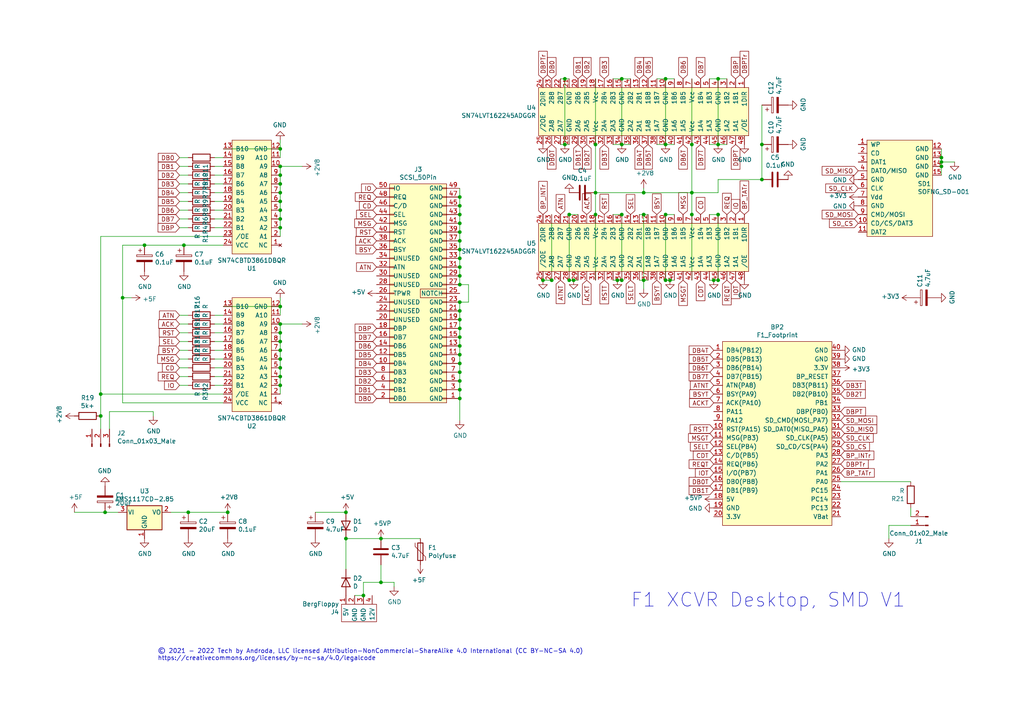
<source format=kicad_sch>
(kicad_sch (version 20211123) (generator eeschema)
  (paper "A4")
  (junction (at 81.28 53.34))
  (junction (at 186.69 81.28))
  (junction (at 133.35 107.95))
  (junction (at 133.35 69.85))
  (junction (at 220.98 41.91))
  (junction (at 200.66 55.88))
  (junction (at 180.34 81.28))
  (junction (at 172.72 55.88))
  (junction (at 166.37 81.28))
  (junction (at 81.28 58.42))
  (junction (at 133.35 57.15))
  (junction (at 110.49 156.21))
  (junction (at 220.98 52.07))
  (junction (at 172.72 62.23))
  (junction (at 81.28 106.68))
  (junction (at 133.35 87.63))
  (junction (at 81.28 50.8))
  (junction (at 81.28 55.88))
  (junction (at 273.05 46.99))
  (junction (at 165.1 62.23))
  (junction (at 53.34 71.12))
  (junction (at 163.83 41.91))
  (junction (at 133.35 72.39))
  (junction (at 193.04 81.28))
  (junction (at 193.04 22.86))
  (junction (at 133.35 62.23))
  (junction (at 133.35 64.77))
  (junction (at 100.33 148.59))
  (junction (at 81.28 111.76))
  (junction (at 273.05 45.72))
  (junction (at 193.04 62.23))
  (junction (at 207.01 81.28))
  (junction (at 133.35 67.31))
  (junction (at 133.35 102.87))
  (junction (at 208.28 81.28))
  (junction (at 133.35 113.03))
  (junction (at 81.28 66.04))
  (junction (at 81.28 99.06))
  (junction (at 200.66 41.91))
  (junction (at 30.48 148.59))
  (junction (at 29.21 120.65))
  (junction (at 186.69 62.23))
  (junction (at 133.35 97.79))
  (junction (at 157.48 81.28))
  (junction (at 165.1 81.28))
  (junction (at 81.28 104.14))
  (junction (at 186.69 55.88))
  (junction (at 133.35 74.93))
  (junction (at 81.28 60.96))
  (junction (at 133.35 90.17))
  (junction (at 81.28 109.22))
  (junction (at 81.28 101.6))
  (junction (at 133.35 110.49))
  (junction (at 200.66 62.23))
  (junction (at 160.02 81.28))
  (junction (at 110.49 168.91))
  (junction (at 105.41 172.72))
  (junction (at 193.04 41.91))
  (junction (at 133.35 105.41))
  (junction (at 133.35 59.69))
  (junction (at 179.07 81.28))
  (junction (at 180.34 22.86))
  (junction (at 208.28 41.91))
  (junction (at 100.33 156.21))
  (junction (at 29.21 114.3))
  (junction (at 66.04 148.59))
  (junction (at 208.28 62.23))
  (junction (at 81.28 88.9))
  (junction (at 133.35 80.01))
  (junction (at 54.61 148.59))
  (junction (at 273.05 48.26))
  (junction (at 35.56 86.36))
  (junction (at 133.35 82.55))
  (junction (at 81.28 96.52))
  (junction (at 133.35 92.71))
  (junction (at 41.91 71.12))
  (junction (at 81.28 63.5))
  (junction (at 81.28 93.98))
  (junction (at 163.83 22.86))
  (junction (at 133.35 100.33))
  (junction (at 81.28 43.18))
  (junction (at 133.35 95.25))
  (junction (at 81.28 48.26))
  (junction (at 180.34 41.91))
  (junction (at 172.72 41.91))
  (junction (at 133.35 77.47))
  (junction (at 208.28 22.86))
  (junction (at 180.34 62.23))
  (junction (at 133.35 115.57))
  (junction (at 194.31 81.28))
  (wire (pts (xy 35.56 116.84) (xy 64.77 116.84)))
  (wire (pts (xy 133.35 90.17) (xy 133.35 92.71)))
  (wire (pts (xy 165.1 62.23) (xy 165.1 81.28)))
  (wire (pts (xy 102.87 172.72) (xy 105.41 172.72)))
  (wire (pts (xy 29.21 68.58) (xy 64.77 68.58)))
  (wire (pts (xy 186.69 55.88) (xy 200.66 55.88)))
  (wire (pts (xy 210.82 41.91) (xy 208.28 41.91)))
  (wire (pts (xy 105.41 168.91) (xy 105.41 172.72)))
  (wire (pts (xy 182.88 22.86) (xy 180.34 22.86)))
  (wire (pts (xy 276.86 46.99) (xy 273.05 46.99)))
  (wire (pts (xy 264.16 152.4) (xy 257.81 152.4)))
  (wire (pts (xy 180.34 62.23) (xy 177.8 62.23)))
  (wire (pts (xy 273.05 43.18) (xy 273.05 45.72)))
  (wire (pts (xy 273.05 46.99) (xy 273.05 48.26)))
  (wire (pts (xy 64.77 88.9) (xy 81.28 88.9)))
  (wire (pts (xy 220.98 30.48) (xy 220.98 41.91)))
  (wire (pts (xy 200.66 55.88) (xy 200.66 62.23)))
  (wire (pts (xy 186.69 62.23) (xy 185.42 62.23)))
  (wire (pts (xy 110.49 168.91) (xy 114.3 168.91)))
  (wire (pts (xy 81.28 58.42) (xy 81.28 55.88)))
  (wire (pts (xy 52.07 63.5) (xy 54.61 63.5)))
  (wire (pts (xy 29.21 114.3) (xy 64.77 114.3)))
  (wire (pts (xy 208.28 55.88) (xy 208.28 52.07)))
  (wire (pts (xy 160.02 81.28) (xy 160.02 62.23)))
  (wire (pts (xy 172.72 62.23) (xy 172.72 81.28)))
  (wire (pts (xy 180.34 41.91) (xy 177.8 41.91)))
  (wire (pts (xy 62.23 96.52) (xy 64.77 96.52)))
  (wire (pts (xy 186.69 55.88) (xy 186.69 54.61)))
  (wire (pts (xy 133.35 82.55) (xy 135.89 82.55)))
  (wire (pts (xy 165.1 22.86) (xy 163.83 22.86)))
  (wire (pts (xy 163.83 41.91) (xy 162.56 41.91)))
  (wire (pts (xy 133.35 102.87) (xy 133.35 105.41)))
  (wire (pts (xy 133.35 69.85) (xy 133.35 72.39)))
  (wire (pts (xy 64.77 48.26) (xy 62.23 48.26)))
  (wire (pts (xy 21.59 148.59) (xy 30.48 148.59)))
  (wire (pts (xy 210.82 22.86) (xy 208.28 22.86)))
  (wire (pts (xy 35.56 86.36) (xy 35.56 116.84)))
  (wire (pts (xy 193.04 22.86) (xy 193.04 41.91)))
  (wire (pts (xy 133.35 54.61) (xy 133.35 57.15)))
  (wire (pts (xy 64.77 50.8) (xy 62.23 50.8)))
  (wire (pts (xy 133.35 92.71) (xy 133.35 95.25)))
  (wire (pts (xy 62.23 91.44) (xy 64.77 91.44)))
  (wire (pts (xy 64.77 66.04) (xy 62.23 66.04)))
  (wire (pts (xy 200.66 62.23) (xy 200.66 81.28)))
  (wire (pts (xy 44.45 119.38) (xy 44.45 120.65)))
  (wire (pts (xy 29.21 120.65) (xy 29.21 124.46)))
  (wire (pts (xy 52.07 96.52) (xy 54.61 96.52)))
  (wire (pts (xy 81.28 114.3) (xy 81.28 111.76)))
  (wire (pts (xy 200.66 41.91) (xy 200.66 55.88)))
  (wire (pts (xy 64.77 53.34) (xy 62.23 53.34)))
  (wire (pts (xy 81.28 96.52) (xy 81.28 93.98)))
  (wire (pts (xy 64.77 60.96) (xy 62.23 60.96)))
  (wire (pts (xy 273.05 45.72) (xy 273.05 46.99)))
  (wire (pts (xy 52.07 111.76) (xy 54.61 111.76)))
  (wire (pts (xy 186.69 62.23) (xy 186.69 81.28)))
  (wire (pts (xy 163.83 22.86) (xy 162.56 22.86)))
  (wire (pts (xy 208.28 22.86) (xy 208.28 41.91)))
  (wire (pts (xy 81.28 106.68) (xy 81.28 104.14)))
  (wire (pts (xy 54.61 66.04) (xy 52.07 66.04)))
  (wire (pts (xy 133.35 67.31) (xy 133.35 69.85)))
  (wire (pts (xy 81.28 109.22) (xy 81.28 106.68)))
  (wire (pts (xy 81.28 60.96) (xy 81.28 58.42)))
  (wire (pts (xy 135.89 82.55) (xy 135.89 87.63)))
  (wire (pts (xy 186.69 81.28) (xy 185.42 81.28)))
  (wire (pts (xy 133.35 57.15) (xy 133.35 59.69)))
  (wire (pts (xy 273.05 48.26) (xy 273.05 50.8)))
  (wire (pts (xy 52.07 101.6) (xy 54.61 101.6)))
  (wire (pts (xy 135.89 87.63) (xy 133.35 87.63)))
  (wire (pts (xy 29.21 114.3) (xy 29.21 120.65)))
  (wire (pts (xy 172.72 41.91) (xy 172.72 55.88)))
  (wire (pts (xy 207.01 81.28) (xy 205.74 81.28)))
  (wire (pts (xy 133.35 97.79) (xy 133.35 100.33)))
  (wire (pts (xy 54.61 48.26) (xy 52.07 48.26)))
  (wire (pts (xy 194.31 81.28) (xy 193.04 81.28)))
  (wire (pts (xy 64.77 43.18) (xy 81.28 43.18)))
  (wire (pts (xy 38.1 86.36) (xy 35.56 86.36)))
  (wire (pts (xy 180.34 62.23) (xy 180.34 81.28)))
  (wire (pts (xy 52.07 104.14) (xy 54.61 104.14)))
  (wire (pts (xy 52.07 53.34) (xy 54.61 53.34)))
  (wire (pts (xy 52.07 91.44) (xy 54.61 91.44)))
  (wire (pts (xy 81.28 43.18) (xy 81.28 40.64)))
  (wire (pts (xy 208.28 22.86) (xy 205.74 22.86)))
  (wire (pts (xy 35.56 71.12) (xy 41.91 71.12)))
  (wire (pts (xy 81.28 66.04) (xy 81.28 63.5)))
  (wire (pts (xy 166.37 81.28) (xy 167.64 81.28)))
  (wire (pts (xy 81.28 53.34) (xy 81.28 50.8)))
  (wire (pts (xy 133.35 95.25) (xy 133.35 97.79)))
  (wire (pts (xy 195.58 22.86) (xy 193.04 22.86)))
  (wire (pts (xy 81.28 68.58) (xy 81.28 66.04)))
  (wire (pts (xy 257.81 152.4) (xy 257.81 156.21)))
  (wire (pts (xy 195.58 62.23) (xy 193.04 62.23)))
  (wire (pts (xy 54.61 60.96) (xy 52.07 60.96)))
  (wire (pts (xy 62.23 99.06) (xy 64.77 99.06)))
  (wire (pts (xy 35.56 71.12) (xy 35.56 86.36)))
  (wire (pts (xy 52.07 45.72) (xy 54.61 45.72)))
  (wire (pts (xy 180.34 81.28) (xy 179.07 81.28)))
  (wire (pts (xy 182.88 41.91) (xy 180.34 41.91)))
  (wire (pts (xy 163.83 22.86) (xy 163.83 41.91)))
  (wire (pts (xy 53.34 71.12) (xy 64.77 71.12)))
  (wire (pts (xy 133.35 87.63) (xy 133.35 90.17)))
  (wire (pts (xy 100.33 156.21) (xy 110.49 156.21)))
  (wire (pts (xy 187.96 62.23) (xy 186.69 62.23)))
  (wire (pts (xy 187.96 81.28) (xy 186.69 81.28)))
  (wire (pts (xy 179.07 81.28) (xy 177.8 81.28)))
  (wire (pts (xy 52.07 55.88) (xy 54.61 55.88)))
  (wire (pts (xy 243.84 139.7) (xy 264.16 139.7)))
  (wire (pts (xy 81.28 104.14) (xy 81.28 101.6)))
  (wire (pts (xy 49.53 148.59) (xy 54.61 148.59)))
  (wire (pts (xy 180.34 22.86) (xy 180.34 41.91)))
  (wire (pts (xy 81.28 63.5) (xy 81.28 60.96)))
  (wire (pts (xy 200.66 55.88) (xy 208.28 55.88)))
  (wire (pts (xy 133.35 62.23) (xy 133.35 64.77)))
  (wire (pts (xy 52.07 93.98) (xy 54.61 93.98)))
  (wire (pts (xy 100.33 148.59) (xy 91.44 148.59)))
  (wire (pts (xy 220.98 41.91) (xy 220.98 52.07)))
  (wire (pts (xy 29.21 68.58) (xy 29.21 114.3)))
  (wire (pts (xy 62.23 104.14) (xy 64.77 104.14)))
  (wire (pts (xy 110.49 156.21) (xy 121.92 156.21)))
  (wire (pts (xy 64.77 55.88) (xy 62.23 55.88)))
  (wire (pts (xy 81.28 48.26) (xy 87.63 48.26)))
  (wire (pts (xy 52.07 99.06) (xy 54.61 99.06)))
  (wire (pts (xy 133.35 72.39) (xy 133.35 74.93)))
  (wire (pts (xy 81.28 93.98) (xy 87.63 93.98)))
  (wire (pts (xy 193.04 22.86) (xy 190.5 22.86)))
  (wire (pts (xy 100.33 156.21) (xy 100.33 165.1)))
  (wire (pts (xy 114.3 168.91) (xy 114.3 170.18)))
  (wire (pts (xy 160.02 81.28) (xy 157.48 81.28)))
  (wire (pts (xy 133.35 115.57) (xy 133.35 121.92)))
  (wire (pts (xy 54.61 58.42) (xy 52.07 58.42)))
  (wire (pts (xy 165.1 41.91) (xy 163.83 41.91)))
  (wire (pts (xy 110.49 163.83) (xy 110.49 168.91)))
  (wire (pts (xy 133.35 105.41) (xy 133.35 107.95)))
  (wire (pts (xy 208.28 41.91) (xy 205.74 41.91)))
  (wire (pts (xy 81.28 88.9) (xy 81.28 91.44)))
  (wire (pts (xy 62.23 101.6) (xy 64.77 101.6)))
  (wire (pts (xy 133.35 74.93) (xy 133.35 77.47)))
  (wire (pts (xy 62.23 106.68) (xy 64.77 106.68)))
  (wire (pts (xy 81.28 99.06) (xy 81.28 96.52)))
  (wire (pts (xy 133.35 110.49) (xy 133.35 113.03)))
  (wire (pts (xy 133.35 100.33) (xy 133.35 102.87)))
  (wire (pts (xy 62.23 93.98) (xy 64.77 93.98)))
  (wire (pts (xy 54.61 50.8) (xy 52.07 50.8)))
  (wire (pts (xy 81.28 50.8) (xy 81.28 48.26)))
  (wire (pts (xy 54.61 148.59) (xy 66.04 148.59)))
  (wire (pts (xy 133.35 80.01) (xy 133.35 82.55)))
  (wire (pts (xy 52.07 106.68) (xy 54.61 106.68)))
  (wire (pts (xy 64.77 63.5) (xy 62.23 63.5)))
  (wire (pts (xy 81.28 111.76) (xy 81.28 109.22)))
  (wire (pts (xy 172.72 55.88) (xy 186.69 55.88)))
  (wire (pts (xy 62.23 111.76) (xy 64.77 111.76)))
  (wire (pts (xy 186.69 81.28) (xy 186.69 83.82)))
  (wire (pts (xy 208.28 62.23) (xy 205.74 62.23)))
  (wire (pts (xy 193.04 41.91) (xy 190.5 41.91)))
  (wire (pts (xy 62.23 109.22) (xy 64.77 109.22)))
  (wire (pts (xy 110.49 168.91) (xy 105.41 168.91)))
  (wire (pts (xy 133.35 64.77) (xy 133.35 67.31)))
  (wire (pts (xy 200.66 22.86) (xy 200.66 41.91)))
  (wire (pts (xy 177.8 22.86) (xy 180.34 22.86)))
  (wire (pts (xy 34.29 148.59) (xy 30.48 148.59)))
  (wire (pts (xy 31.75 119.38) (xy 44.45 119.38)))
  (wire (pts (xy 52.07 109.22) (xy 54.61 109.22)))
  (wire (pts (xy 172.72 22.86) (xy 172.72 41.91)))
  (wire (pts (xy 133.35 107.95) (xy 133.35 110.49)))
  (wire (pts (xy 195.58 81.28) (xy 194.31 81.28)))
  (wire (pts (xy 81.28 101.6) (xy 81.28 99.06)))
  (wire (pts (xy 193.04 62.23) (xy 193.04 81.28)))
  (wire (pts (xy 133.35 59.69) (xy 133.35 62.23)))
  (wire (pts (xy 208.28 52.07) (xy 220.98 52.07)))
  (wire (pts (xy 133.35 113.03) (xy 133.35 115.57)))
  (wire (pts (xy 81.28 88.9) (xy 81.28 86.36)))
  (wire (pts (xy 165.1 62.23) (xy 167.64 62.23)))
  (wire (pts (xy 195.58 41.91) (xy 193.04 41.91)))
  (wire (pts (xy 41.91 71.12) (xy 53.34 71.12)))
  (wire (pts (xy 165.1 81.28) (xy 166.37 81.28)))
  (wire (pts (xy 264.16 147.32) (xy 264.16 149.86)))
  (wire (pts (xy 133.35 77.47) (xy 133.35 80.01)))
  (wire (pts (xy 208.28 81.28) (xy 207.01 81.28)))
  (wire (pts (xy 64.77 58.42) (xy 62.23 58.42)))
  (wire (pts (xy 31.75 124.46) (xy 31.75 119.38)))
  (wire (pts (xy 64.77 45.72) (xy 62.23 45.72)))
  (wire (pts (xy 81.28 43.18) (xy 81.28 45.72)))
  (wire (pts (xy 81.28 55.88) (xy 81.28 53.34)))
  (wire (pts (xy 172.72 62.23) (xy 172.72 55.88)))
  (wire (pts (xy 208.28 62.23) (xy 208.28 81.28)))
  (text "© 2021 - 2022 Tech by Androda, LLC licensed Attribution-NonCommercial-ShareAlike 4.0 International (CC BY-NC-SA 4.0)\nhttps://creativecommons.org/licenses/by-nc-sa/4.0/legalcode" (at 45.72 191.77 0) (effects (font (size 1.27 1.27)) (justify left bottom)))
  (text "F1 XCVR Desktop, SMD V1" (at 182.88 176.53 0) (effects (font (size 4 4)) (justify left bottom)))
  (global_label "DB6" (shape input) (at 52.07 60.96 180) (property "Intersheet References" "${INTERSHEET_REFS}" (effects hide)))
  (global_label "DBP" (shape input) (at 213.36 22.86 90) (property "Intersheet References" "${INTERSHEET_REFS}" (effects hide)))
  (global_label "CD" (shape input) (at 109.22 59.69 180) (property "Intersheet References" "${INTERSHEET_REFS}" (effects hide)))
  (global_label "DB2" (shape input) (at 109.22 110.49 180) (property "Intersheet References" "${INTERSHEET_REFS}" (effects hide)))
  (global_label "DBPTr" (shape input) (at 243.84 134.62 0) (property "Intersheet References" "${INTERSHEET_REFS}" (effects hide)))
  (global_label "SELT" (shape input) (at 182.88 81.28 270) (property "Intersheet References" "${INTERSHEET_REFS}" (effects hide)))
  (global_label "DB7" (shape input) (at 203.2 22.86 90) (property "Intersheet References" "${INTERSHEET_REFS}" (effects hide)))
  (global_label "MSG" (shape input) (at 198.12 62.23 90) (property "Intersheet References" "${INTERSHEET_REFS}" (effects hide)))
  (global_label "ATN" (shape input) (at 162.56 62.23 90) (property "Intersheet References" "${INTERSHEET_REFS}" (effects hide)))
  (global_label "DB7" (shape input) (at 52.07 63.5 180) (property "Intersheet References" "${INTERSHEET_REFS}" (effects hide)))
  (global_label "DB3" (shape input) (at 175.26 22.86 90) (property "Intersheet References" "${INTERSHEET_REFS}" (effects hide)))
  (global_label "RST" (shape input) (at 175.26 62.23 90) (property "Intersheet References" "${INTERSHEET_REFS}" (effects hide)))
  (global_label "SD_CLK" (shape input) (at 248.92 54.61 180) (property "Intersheet References" "${INTERSHEET_REFS}" (effects hide)))
  (global_label "DB5T" (shape input) (at 207.01 104.14 180) (property "Intersheet References" "${INTERSHEET_REFS}" (effects hide)))
  (global_label "DB5" (shape input) (at 109.22 102.87 180) (property "Intersheet References" "${INTERSHEET_REFS}" (effects hide)))
  (global_label "DBPTr" (shape input) (at 215.9 22.86 90) (property "Intersheet References" "${INTERSHEET_REFS}" (effects hide)))
  (global_label "RST" (shape input) (at 52.07 96.52 180) (property "Intersheet References" "${INTERSHEET_REFS}" (effects hide)))
  (global_label "DBPT" (shape input) (at 213.36 41.91 270) (property "Intersheet References" "${INTERSHEET_REFS}" (effects hide)))
  (global_label "REQ" (shape input) (at 210.82 62.23 90) (property "Intersheet References" "${INTERSHEET_REFS}" (effects hide)))
  (global_label "SELT" (shape input) (at 207.01 129.54 180) (property "Intersheet References" "${INTERSHEET_REFS}" (effects hide)))
  (global_label "DBP" (shape input) (at 52.07 66.04 180) (property "Intersheet References" "${INTERSHEET_REFS}" (effects hide)))
  (global_label "DBP" (shape input) (at 109.22 95.25 180) (property "Intersheet References" "${INTERSHEET_REFS}" (effects hide)))
  (global_label "BP_TATr" (shape input) (at 243.84 137.16 0) (property "Intersheet References" "${INTERSHEET_REFS}" (effects hide)))
  (global_label "SD_CLK" (shape input) (at 243.84 127 0) (property "Intersheet References" "${INTERSHEET_REFS}" (effects hide)))
  (global_label "DB0" (shape input) (at 52.07 45.72 180) (property "Intersheet References" "${INTERSHEET_REFS}" (effects hide)))
  (global_label "REQ" (shape input) (at 52.07 109.22 180) (property "Intersheet References" "${INTERSHEET_REFS}" (effects hide)))
  (global_label "DB5" (shape input) (at 187.96 22.86 90) (property "Intersheet References" "${INTERSHEET_REFS}" (effects hide)))
  (global_label "SD_MISO" (shape input) (at 248.92 49.53 180) (property "Intersheet References" "${INTERSHEET_REFS}" (effects hide)))
  (global_label "BP_INTr" (shape input) (at 243.84 132.08 0) (property "Intersheet References" "${INTERSHEET_REFS}" (effects hide)))
  (global_label "DB7T" (shape input) (at 207.01 109.22 180) (property "Intersheet References" "${INTERSHEET_REFS}" (effects hide)))
  (global_label "REQ" (shape input) (at 109.22 57.15 180) (property "Intersheet References" "${INTERSHEET_REFS}" (effects hide)))
  (global_label "RST" (shape input) (at 109.22 67.31 180) (property "Intersheet References" "${INTERSHEET_REFS}" (effects hide)))
  (global_label "DB6T" (shape input) (at 198.12 41.91 270) (property "Intersheet References" "${INTERSHEET_REFS}" (effects hide)))
  (global_label "SD_MISO" (shape input) (at 243.84 124.46 0) (property "Intersheet References" "${INTERSHEET_REFS}" (effects hide)))
  (global_label "IO" (shape input) (at 52.07 111.76 180) (property "Intersheet References" "${INTERSHEET_REFS}" (effects hide)))
  (global_label "MSG" (shape input) (at 109.22 64.77 180) (property "Intersheet References" "${INTERSHEET_REFS}" (effects hide)))
  (global_label "BSYT" (shape input) (at 207.01 114.3 180) (property "Intersheet References" "${INTERSHEET_REFS}" (effects hide)))
  (global_label "DB1" (shape input) (at 109.22 113.03 180) (property "Intersheet References" "${INTERSHEET_REFS}" (effects hide)))
  (global_label "DB4" (shape input) (at 52.07 55.88 180) (property "Intersheet References" "${INTERSHEET_REFS}" (effects hide)))
  (global_label "IOT" (shape input) (at 207.01 137.16 180) (property "Intersheet References" "${INTERSHEET_REFS}" (effects hide)))
  (global_label "REQT" (shape input) (at 210.82 81.28 270) (property "Intersheet References" "${INTERSHEET_REFS}" (effects hide)))
  (global_label "RSTT" (shape input) (at 207.01 124.46 180) (property "Intersheet References" "${INTERSHEET_REFS}" (effects hide)))
  (global_label "IOT" (shape input) (at 213.36 81.28 270) (property "Intersheet References" "${INTERSHEET_REFS}" (effects hide)))
  (global_label "SEL" (shape input) (at 52.07 99.06 180) (property "Intersheet References" "${INTERSHEET_REFS}" (effects hide)))
  (global_label "DB1" (shape input) (at 52.07 48.26 180) (property "Intersheet References" "${INTERSHEET_REFS}" (effects hide)))
  (global_label "CD" (shape input) (at 52.07 106.68 180) (property "Intersheet References" "${INTERSHEET_REFS}" (effects hide)))
  (global_label "DBPTr" (shape input) (at 157.48 22.86 90) (property "Intersheet References" "${INTERSHEET_REFS}" (effects hide)))
  (global_label "DB7" (shape input) (at 109.22 97.79 180) (property "Intersheet References" "${INTERSHEET_REFS}" (effects hide)))
  (global_label "DB2T" (shape input) (at 170.18 41.91 270) (property "Intersheet References" "${INTERSHEET_REFS}" (effects hide)))
  (global_label "DB2" (shape input) (at 52.07 50.8 180) (property "Intersheet References" "${INTERSHEET_REFS}" (effects hide)))
  (global_label "DB3T" (shape input) (at 175.26 41.91 270) (property "Intersheet References" "${INTERSHEET_REFS}" (effects hide)))
  (global_label "DB3" (shape input) (at 109.22 107.95 180) (property "Intersheet References" "${INTERSHEET_REFS}" (effects hide)))
  (global_label "DB0" (shape input) (at 160.02 22.86 90) (property "Intersheet References" "${INTERSHEET_REFS}" (effects hide)))
  (global_label "DB2T" (shape input) (at 243.84 114.3 0) (property "Intersheet References" "${INTERSHEET_REFS}" (effects hide)))
  (global_label "BP_INTr" (shape input) (at 157.48 62.23 90) (property "Intersheet References" "${INTERSHEET_REFS}" (effects hide)))
  (global_label "DB1T" (shape input) (at 167.64 41.91 270) (property "Intersheet References" "${INTERSHEET_REFS}" (effects hide)))
  (global_label "ACK" (shape input) (at 52.07 93.98 180) (property "Intersheet References" "${INTERSHEET_REFS}" (effects hide)))
  (global_label "SD_MOSI" (shape input) (at 243.84 121.92 0) (property "Intersheet References" "${INTERSHEET_REFS}" (effects hide)))
  (global_label "DB3" (shape input) (at 52.07 53.34 180) (property "Intersheet References" "${INTERSHEET_REFS}" (effects hide)))
  (global_label "SD_CS" (shape input) (at 243.84 129.54 0) (property "Intersheet References" "${INTERSHEET_REFS}" (effects hide)))
  (global_label "DB4T" (shape input) (at 207.01 101.6 180) (property "Intersheet References" "${INTERSHEET_REFS}" (effects hide)))
  (global_label "DB4T" (shape input) (at 185.42 41.91 270) (property "Intersheet References" "${INTERSHEET_REFS}" (effects hide)))
  (global_label "DB6" (shape input) (at 198.12 22.86 90) (property "Intersheet References" "${INTERSHEET_REFS}" (effects hide)))
  (global_label "CDT" (shape input) (at 203.2 81.28 270) (property "Intersheet References" "${INTERSHEET_REFS}" (effects hide)))
  (global_label "MSG" (shape input) (at 52.07 104.14 180) (property "Intersheet References" "${INTERSHEET_REFS}" (effects hide)))
  (global_label "BP_TATr" (shape input) (at 215.9 62.23 90) (property "Intersheet References" "${INTERSHEET_REFS}" (effects hide)))
  (global_label "DB6T" (shape input) (at 207.01 106.68 180) (property "Intersheet References" "${INTERSHEET_REFS}" (effects hide)))
  (global_label "ACKT" (shape input) (at 207.01 116.84 180) (property "Intersheet References" "${INTERSHEET_REFS}" (effects hide)))
  (global_label "BSYT" (shape input) (at 190.5 81.28 270) (property "Intersheet References" "${INTERSHEET_REFS}" (effects hide)))
  (global_label "ACK" (shape input) (at 109.22 69.85 180) (property "Intersheet References" "${INTERSHEET_REFS}" (effects hide)))
  (global_label "DB3T" (shape input) (at 243.84 111.76 0) (property "Intersheet References" "${INTERSHEET_REFS}" (effects hide)))
  (global_label "DB5T" (shape input) (at 187.96 41.91 270) (property "Intersheet References" "${INTERSHEET_REFS}" (effects hide)))
  (global_label "DB1T" (shape input) (at 207.01 142.24 180) (property "Intersheet References" "${INTERSHEET_REFS}" (effects hide)))
  (global_label "REQT" (shape input) (at 207.01 134.62 180) (property "Intersheet References" "${INTERSHEET_REFS}" (effects hide)))
  (global_label "ACKT" (shape input) (at 170.18 81.28 270) (property "Intersheet References" "${INTERSHEET_REFS}" (effects hide)))
  (global_label "DB6" (shape input) (at 109.22 100.33 180) (property "Intersheet References" "${INTERSHEET_REFS}" (effects hide)))
  (global_label "SEL" (shape input) (at 182.88 62.23 90) (property "Intersheet References" "${INTERSHEET_REFS}" (effects hide)))
  (global_label "DB0T" (shape input) (at 160.02 41.91 270) (property "Intersheet References" "${INTERSHEET_REFS}" (effects hide)))
  (global_label "DB0" (shape input) (at 109.22 115.57 180) (property "Intersheet References" "${INTERSHEET_REFS}" (effects hide)))
  (global_label "IO" (shape input) (at 109.22 54.61 180) (property "Intersheet References" "${INTERSHEET_REFS}" (effects hide)))
  (global_label "DB5" (shape input) (at 52.07 58.42 180) (property "Intersheet References" "${INTERSHEET_REFS}" (effects hide)))
  (global_label "ATNT" (shape input) (at 207.01 111.76 180) (property "Intersheet References" "${INTERSHEET_REFS}" (effects hide)))
  (global_label "BSY" (shape input) (at 190.5 62.23 90) (property "Intersheet References" "${INTERSHEET_REFS}" (effects hide)))
  (global_label "MSGT" (shape input) (at 207.01 127 180) (property "Intersheet References" "${INTERSHEET_REFS}" (effects hide)))
  (global_label "ATN" (shape input) (at 109.22 77.47 180) (property "Intersheet References" "${INTERSHEET_REFS}" (effects hide)))
  (global_label "DB4" (shape input) (at 109.22 105.41 180) (property "Intersheet References" "${INTERSHEET_REFS}" (effects hide)))
  (global_label "MSGT" (shape input) (at 198.12 81.28 270) (property "Intersheet References" "${INTERSHEET_REFS}" (effects hide)))
  (global_label "BSY" (shape input) (at 52.07 101.6 180) (property "Intersheet References" "${INTERSHEET_REFS}" (effects hide)))
  (global_label "ATNT" (shape input) (at 162.56 81.28 270) (property "Intersheet References" "${INTERSHEET_REFS}" (effects hide)))
  (global_label "DB1" (shape input) (at 167.64 22.86 90) (property "Intersheet References" "${INTERSHEET_REFS}" (effects hide)))
  (global_label "DB4" (shape input) (at 185.42 22.86 90) (property "Intersheet References" "${INTERSHEET_REFS}" (effects hide)))
  (global_label "CDT" (shape input) (at 207.01 132.08 180) (property "Intersheet References" "${INTERSHEET_REFS}" (effects hide)))
  (global_label "RSTT" (shape input) (at 175.26 81.28 270) (property "Intersheet References" "${INTERSHEET_REFS}" (effects hide)))
  (global_label "DB0T" (shape input) (at 207.01 139.7 180) (property "Intersheet References" "${INTERSHEET_REFS}" (effects hide)))
  (global_label "BSY" (shape input) (at 109.22 72.39 180) (property "Intersheet References" "${INTERSHEET_REFS}" (effects hide)))
  (global_label "SEL" (shape input) (at 109.22 62.23 180) (property "Intersheet References" "${INTERSHEET_REFS}" (effects hide)))
  (global_label "ACK" (shape input) (at 170.18 62.23 90) (property "Intersheet References" "${INTERSHEET_REFS}" (effects hide)))
  (global_label "DB2" (shape input) (at 170.18 22.86 90) (property "Intersheet References" "${INTERSHEET_REFS}" (effects hide)))
  (global_label "IO" (shape input) (at 213.36 62.23 90) (property "Intersheet References" "${INTERSHEET_REFS}" (effects hide)))
  (global_label "CD" (shape input) (at 203.2 62.23 90) (property "Intersheet References" "${INTERSHEET_REFS}" (effects hide)))
  (global_label "DBPT" (shape input) (at 243.84 119.38 0) (property "Intersheet References" "${INTERSHEET_REFS}" (effects hide)))
  (global_label "SD_CS" (shape input) (at 248.92 64.77 180) (property "Intersheet References" "${INTERSHEET_REFS}" (effects hide)))
  (global_label "ATN" (shape input) (at 52.07 91.44 180) (property "Intersheet References" "${INTERSHEET_REFS}" (effects hide)))
  (global_label "DB7T" (shape input) (at 203.2 41.91 270) (property "Intersheet References" "${INTERSHEET_REFS}" (effects hide)))
  (global_label "SD_MOSI" (shape input) (at 248.92 62.23 180) (property "Intersheet References" "${INTERSHEET_REFS}" (effects hide)))
  (symbol (lib_id "Regulator_Linear:AMS1117CD-2.85") (at 41.91 148.59 0) (unit 1)
    (property "Reference" "U3" (at 41.91 142.4432 0))
    (property "Value" "AMS1117CD-2.85" (at 41.91 144.7546 0))
    (property "Footprint" "Package_TO_SOT_SMD:SOT-223-3_TabPin2" (effects hide))
    (property "Datasheet" "http://www.advanced-monolithic.com/pdf/ds1117.pdf" (effects hide))
  )
  (symbol (lib_id "power:GND") (at 41.91 156.21 0) (unit 1)
    (property "Reference" "#PWR08" (effects hide))
    (property "Value" "GND" (at 42.037 160.6042 0))
  )
  (symbol (lib_id "power:+2V8") (at 66.04 148.59 0) (unit 1)
    (property "Reference" "#PWR012" (effects hide))
    (property "Value" "+2V8" (at 66.421 144.1958 0))
  )
  (symbol (lib_id "Device:CP") (at 54.61 152.4 0) (unit 1)
    (property "Reference" "C2" (at 57.6072 151.2316 0) (effects (justify left)))
    (property "Value" "20uF" (at 57.6072 153.543 0) (effects (justify left)))
    (property "Footprint" "Capacitor_SMD:C_1206_3216Metric_Pad1.42x1.75mm_HandSolder" (effects hide))
  )
  (symbol (lib_id "Device:CP") (at 30.48 144.78 180) (unit 1)
    (property "Reference" "C1" (at 33.4772 143.6116 0) (effects (justify right)))
    (property "Value" "20uF" (at 33.4772 145.923 0) (effects (justify right)))
    (property "Footprint" "Capacitor_SMD:C_1206_3216Metric_Pad1.42x1.75mm_HandSolder" (effects hide))
  )
  (symbol (lib_id "power:GND") (at 30.48 140.97 180) (unit 1)
    (property "Reference" "#PWR05" (effects hide))
    (property "Value" "GND" (at 30.353 136.5758 0))
  )
  (symbol (lib_id "power:GND") (at 54.61 156.21 0) (unit 1)
    (property "Reference" "#PWR011" (effects hide))
    (property "Value" "GND" (at 54.737 160.6042 0))
  )
  (symbol (lib_id "Device:R") (at 58.42 60.96 270) (unit 1)
    (property "Reference" "R6" (at 59.5884 62.738 0) (effects (justify left)))
    (property "Value" "R" (at 57.277 62.738 0) (effects (justify left)))
    (property "Footprint" "Resistor_SMD:R_0603_1608Metric_Pad1.05x0.95mm_HandSolder" (effects hide))
  )
  (symbol (lib_id "Device:R") (at 58.42 63.5 270) (unit 1)
    (property "Reference" "R4" (at 59.5884 65.278 0) (effects (justify left)))
    (property "Value" "R" (at 57.277 65.278 0) (effects (justify left)))
    (property "Footprint" "Resistor_SMD:R_0603_1608Metric_Pad1.05x0.95mm_HandSolder" (effects hide))
  )
  (symbol (lib_id "custom_symbols:SCSI_50Pin") (at 118.11 85.09 180) (unit 1)
    (property "Reference" "J3" (at 121.285 49.149 0))
    (property "Value" "SCSI_50Pin" (at 121.285 51.4604 0))
    (property "Footprint" "CustomFootprints:SCSI50_EdgeConn" (effects hide))
  )
  (symbol (lib_id "Device:R") (at 58.42 50.8 270) (unit 1)
    (property "Reference" "R5" (at 59.5884 52.578 0) (effects (justify left)))
    (property "Value" "R" (at 57.277 52.578 0) (effects (justify left)))
    (property "Footprint" "Resistor_SMD:R_0603_1608Metric_Pad1.05x0.95mm_HandSolder" (effects hide))
  )
  (symbol (lib_id "Device:R") (at 58.42 48.26 270) (unit 1)
    (property "Reference" "R10" (at 59.5884 50.038 0) (effects (justify left)))
    (property "Value" "R" (at 57.277 50.038 0) (effects (justify left)))
    (property "Footprint" "Resistor_SMD:R_0603_1608Metric_Pad1.05x0.95mm_HandSolder" (effects hide))
  )
  (symbol (lib_id "power:GND") (at 133.35 121.92 0) (unit 1)
    (property "Reference" "#PWR016" (effects hide))
    (property "Value" "GND" (at 133.477 126.3142 0))
  )
  (symbol (lib_id "Device:R") (at 58.42 53.34 270) (unit 1)
    (property "Reference" "R7" (at 59.5884 55.118 0) (effects (justify left)))
    (property "Value" "R" (at 57.277 55.118 0) (effects (justify left)))
    (property "Footprint" "Resistor_SMD:R_0603_1608Metric_Pad1.05x0.95mm_HandSolder" (effects hide))
  )
  (symbol (lib_id "Device:R") (at 58.42 58.42 270) (unit 1)
    (property "Reference" "R8" (at 59.5884 60.198 0) (effects (justify left)))
    (property "Value" "R" (at 57.277 60.198 0) (effects (justify left)))
    (property "Footprint" "Resistor_SMD:R_0603_1608Metric_Pad1.05x0.95mm_HandSolder" (effects hide))
  )
  (symbol (lib_id "Device:R") (at 58.42 66.04 270) (unit 1)
    (property "Reference" "R1" (at 59.5884 67.818 0) (effects (justify left)))
    (property "Value" "R" (at 57.277 67.818 0) (effects (justify left)))
    (property "Footprint" "Resistor_SMD:R_0603_1608Metric_Pad1.05x0.95mm_HandSolder" (effects hide))
  )
  (symbol (lib_id "Device:R") (at 58.42 45.72 270) (unit 1)
    (property "Reference" "R11" (at 59.5884 47.498 0) (effects (justify left)))
    (property "Value" "R" (at 57.277 47.498 0) (effects (justify left)))
    (property "Footprint" "Resistor_SMD:R_0603_1608Metric_Pad1.05x0.95mm_HandSolder" (effects hide))
  )
  (symbol (lib_id "Device:R") (at 58.42 55.88 270) (unit 1)
    (property "Reference" "R9" (at 59.5884 57.658 0) (effects (justify left)))
    (property "Value" "R" (at 57.277 57.658 0) (effects (justify left)))
    (property "Footprint" "Resistor_SMD:R_0603_1608Metric_Pad1.05x0.95mm_HandSolder" (effects hide))
  )
  (symbol (lib_id "custom_symbols:+5V_TPWR") (at 109.22 85.09 90) (unit 1)
    (property "Reference" "#PWR013" (effects hide))
    (property "Value" "+5V_TPWR" (at 105.9688 84.709 90) (effects (justify left)))
  )
  (symbol (lib_id "custom_symbols:+5V_TPWR") (at 100.33 148.59 0) (unit 1)
    (property "Reference" "#PWR015" (effects hide))
    (property "Value" "+5V_TPWR" (at 100.711 144.1958 0))
  )
  (symbol (lib_id "power:+2V8") (at 87.63 48.26 270) (unit 1)
    (property "Reference" "#PWR09" (effects hide))
    (property "Value" "+2V8" (at 92.0242 48.641 0))
  )
  (symbol (lib_id "custom_symbols:BergFloppy") (at 104.14 185.42 180) (unit 1)
    (property "Reference" "J4" (at 98.3488 177.4952 0) (effects (justify left)))
    (property "Value" "BergFloppy" (at 98.3488 175.1838 0) (effects (justify left)))
    (property "Footprint" "CustomFootprints:BergFloppy_RightAngle" (effects hide))
  )
  (symbol (lib_id "power:GND") (at 114.3 170.18 0) (unit 1)
    (property "Reference" "#PWR020" (effects hide))
    (property "Value" "GND" (at 114.427 174.5742 0))
  )
  (symbol (lib_id "power:+3V3") (at 243.84 106.68 270) (unit 1)
    (property "Reference" "#PWR036" (effects hide))
    (property "Value" "+3V3" (at 247.0912 107.061 90) (effects (justify left)))
  )
  (symbol (lib_id "OpenSource_Library:SN74CBTD3861DBQR") (at 72.39 74.93 180) (unit 1)
    (property "Reference" "U1" (at 73.025 77.851 0))
    (property "Value" "SN74CBTD3861DBQR" (at 73.025 75.5396 0))
    (property "Footprint" "Package_SO:SSOP-24_3.9x8.7mm_P0.635mm" (effects hide))
  )
  (symbol (lib_id "power:GND") (at 81.28 40.64 180) (unit 1)
    (property "Reference" "#PWR06" (effects hide))
    (property "Value" "GND" (at 81.153 36.2458 0))
  )
  (symbol (lib_id "Device:R") (at 58.42 99.06 90) (unit 1)
    (property "Reference" "R15" (at 57.2516 97.282 0) (effects (justify left)))
    (property "Value" "R" (at 59.563 97.282 0) (effects (justify left)))
    (property "Footprint" "Resistor_SMD:R_0603_1608Metric_Pad1.05x0.95mm_HandSolder" (effects hide))
  )
  (symbol (lib_id "Device:R") (at 58.42 104.14 90) (unit 1)
    (property "Reference" "R13" (at 57.2516 102.362 0) (effects (justify left)))
    (property "Value" "R" (at 59.563 102.362 0) (effects (justify left)))
    (property "Footprint" "Resistor_SMD:R_0603_1608Metric_Pad1.05x0.95mm_HandSolder" (effects hide))
  )
  (symbol (lib_id "Device:R") (at 58.42 109.22 270) (unit 1)
    (property "Reference" "R2" (at 59.5884 110.998 0) (effects (justify left)))
    (property "Value" "R" (at 57.277 110.998 0) (effects (justify left)))
    (property "Footprint" "Resistor_SMD:R_0603_1608Metric_Pad1.05x0.95mm_HandSolder" (effects hide))
  )
  (symbol (lib_id "Device:R") (at 58.42 111.76 270) (unit 1)
    (property "Reference" "R3" (at 59.5884 113.538 0) (effects (justify left)))
    (property "Value" "R" (at 57.277 113.538 0) (effects (justify left)))
    (property "Footprint" "Resistor_SMD:R_0603_1608Metric_Pad1.05x0.95mm_HandSolder" (effects hide))
  )
  (symbol (lib_id "Device:R") (at 58.42 96.52 90) (unit 1)
    (property "Reference" "R18" (at 57.2516 94.742 0) (effects (justify left)))
    (property "Value" "R" (at 59.563 94.742 0) (effects (justify left)))
    (property "Footprint" "Resistor_SMD:R_0603_1608Metric_Pad1.05x0.95mm_HandSolder" (effects hide))
  )
  (symbol (lib_id "Device:R") (at 58.42 91.44 90) (unit 1)
    (property "Reference" "R16" (at 57.2516 89.662 0) (effects (justify left)))
    (property "Value" "R" (at 59.563 89.662 0) (effects (justify left)))
    (property "Footprint" "Resistor_SMD:R_0603_1608Metric_Pad1.05x0.95mm_HandSolder" (effects hide))
  )
  (symbol (lib_id "Device:R") (at 58.42 101.6 90) (unit 1)
    (property "Reference" "R14" (at 57.2516 99.822 0) (effects (justify left)))
    (property "Value" "R" (at 59.563 99.822 0) (effects (justify left)))
    (property "Footprint" "Resistor_SMD:R_0603_1608Metric_Pad1.05x0.95mm_HandSolder" (effects hide))
  )
  (symbol (lib_id "Device:R") (at 58.42 106.68 90) (unit 1)
    (property "Reference" "R12" (at 57.2516 104.902 0) (effects (justify left)))
    (property "Value" "R" (at 59.563 104.902 0) (effects (justify left)))
    (property "Footprint" "Resistor_SMD:R_0603_1608Metric_Pad1.05x0.95mm_HandSolder" (effects hide))
  )
  (symbol (lib_id "Device:R") (at 58.42 93.98 90) (unit 1)
    (property "Reference" "R17" (at 57.2516 92.202 0) (effects (justify left)))
    (property "Value" "R" (at 59.563 92.202 0) (effects (justify left)))
    (property "Footprint" "Resistor_SMD:R_0603_1608Metric_Pad1.05x0.95mm_HandSolder" (effects hide))
  )
  (symbol (lib_id "power:+2V8") (at 87.63 93.98 270) (unit 1)
    (property "Reference" "#PWR010" (effects hide))
    (property "Value" "+2V8" (at 92.0242 94.361 0))
  )
  (symbol (lib_id "OpenSource_Library:SN74CBTD3861DBQR") (at 72.39 120.65 180) (unit 1)
    (property "Reference" "U2" (at 73.025 123.571 0))
    (property "Value" "SN74CBTD3861DBQR" (at 73.025 121.2596 0))
    (property "Footprint" "Package_SO:SSOP-24_3.9x8.7mm_P0.635mm" (effects hide))
  )
  (symbol (lib_id "power:GND") (at 81.28 86.36 180) (unit 1)
    (property "Reference" "#PWR07" (effects hide))
    (property "Value" "GND" (at 81.153 81.9658 0))
  )
  (symbol (lib_id "power:+5VP") (at 207.01 144.78 90) (unit 1)
    (property "Reference" "#PWR031" (effects hide))
    (property "Value" "+5VP" (at 203.7588 144.399 90) (effects (justify left)))
  )
  (symbol (lib_id "Device:C") (at 110.49 160.02 0) (unit 1)
    (property "Reference" "C3" (at 113.411 158.8516 0) (effects (justify left)))
    (property "Value" "4.7uF" (at 113.411 161.163 0) (effects (justify left)))
    (property "Footprint" "Capacitor_SMD:C_0805_2012Metric_Pad1.15x1.40mm_HandSolder" (effects hide))
  )
  (symbol (lib_id "Device:Polyfuse") (at 121.92 160.02 0) (unit 1)
    (property "Reference" "F1" (at 124.1552 158.8516 0) (effects (justify left)))
    (property "Value" "Polyfuse" (at 124.1552 161.163 0) (effects (justify left)))
    (property "Footprint" "CustomFootprints:Fuse_BelFuse_0ZRE0005FF_L8.3mm_W3.8mm" (effects hide))
  )
  (symbol (lib_id "power:+5F") (at 21.59 148.59 0) (unit 1)
    (property "Reference" "#PWR04" (effects hide))
    (property "Value" "+5F" (at 21.971 144.1958 0))
  )
  (symbol (lib_id "power:+5F") (at 121.92 163.83 180) (unit 1)
    (property "Reference" "#PWR017" (effects hide))
    (property "Value" "+5F" (at 121.539 168.2242 0))
  )
  (symbol (lib_id "power:+5VP") (at 110.49 156.21 0) (unit 1)
    (property "Reference" "#PWR023" (effects hide))
    (property "Value" "+5VP" (at 110.871 151.8158 0))
  )
  (symbol (lib_id "power:+5F") (at 38.1 86.36 270) (unit 1)
    (property "Reference" "#PWR03" (effects hide))
    (property "Value" "+5F" (at 41.3512 86.741 90) (effects (justify left)))
  )
  (symbol (lib_id "power:GND") (at 243.84 104.14 90) (unit 1)
    (property "Reference" "#PWR035" (effects hide))
    (property "Value" "GND" (at 247.0912 104.013 90) (effects (justify right)))
  )
  (symbol (lib_id "power:GND") (at 207.01 147.32 270) (unit 1)
    (property "Reference" "#PWR032" (effects hide))
    (property "Value" "GND" (at 203.7588 147.447 90) (effects (justify right)))
  )
  (symbol (lib_id "ardscsino_desktop_properTerm-rescue:SN74ALVTH162245VR-OpenSource_Library") (at 219.71 33.02 270) (unit 1)
    (property "Reference" "U4" (at 155.4988 31.2166 90) (effects (justify right)))
    (property "Value" "SN74LVT162245ADGGR" (at 155.4988 33.528 90) (effects (justify right)))
    (property "Footprint" "Package_SO:TSSOP-48_6.1x12.5mm_P0.5mm" (effects hide))
  )
  (symbol (lib_id "Device:C") (at 224.79 52.07 90) (unit 1)
    (property "Reference" "C5" (at 224.79 45.6692 90))
    (property "Value" "0.1uF" (at 224.79 47.9806 90))
    (property "Footprint" "Capacitor_SMD:C_0805_2012Metric_Pad1.15x1.40mm_HandSolder" (effects hide))
  )
  (symbol (lib_id "Device:C") (at 168.91 55.88 270) (unit 1)
    (property "Reference" "C4" (at 168.91 49.4792 90))
    (property "Value" "0.1uF" (at 168.91 51.7906 90))
    (property "Footprint" "Capacitor_SMD:C_0805_2012Metric_Pad1.15x1.40mm_HandSolder" (effects hide))
  )
  (symbol (lib_id "power:GND") (at 228.6 52.07 180) (unit 1)
    (property "Reference" "#PWR0101" (effects hide))
    (property "Value" "GND" (at 228.473 47.6758 0))
  )
  (symbol (lib_id "power:GND") (at 165.1 55.88 180) (unit 1)
    (property "Reference" "#PWR0102" (effects hide))
    (property "Value" "GND" (at 164.973 51.4858 0))
  )
  (symbol (lib_id "power:GND") (at 215.9 41.91 0) (unit 1)
    (property "Reference" "#PWR029" (effects hide))
    (property "Value" "GND" (at 216.027 46.3042 0))
  )
  (symbol (lib_id "power:GND") (at 157.48 41.91 0) (unit 1)
    (property "Reference" "#PWR018" (effects hide))
    (property "Value" "GND" (at 157.607 46.3042 0))
  )
  (symbol (lib_id "ardscsino_desktop_properTerm-rescue:SN74ALVTH162245VR-OpenSource_Library") (at 219.71 72.39 270) (unit 1)
    (property "Reference" "U5" (at 155.4988 70.5866 90) (effects (justify right)))
    (property "Value" "SN74LVT162245ADGGR" (at 155.4988 72.898 90) (effects (justify right)))
    (property "Footprint" "Package_SO:TSSOP-48_6.1x12.5mm_P0.5mm" (effects hide))
  )
  (symbol (lib_id "power:GND") (at 215.9 81.28 0) (unit 1)
    (property "Reference" "#PWR030" (effects hide))
    (property "Value" "GND" (at 216.027 85.6742 0))
  )
  (symbol (lib_id "power:GND") (at 157.48 81.28 0) (unit 1)
    (property "Reference" "#PWR019" (effects hide))
    (property "Value" "GND" (at 157.607 85.6742 0))
  )
  (symbol (lib_id "Device:R") (at 264.16 143.51 180) (unit 1)
    (property "Reference" "R21" (at 262.382 144.6784 0) (effects (justify left)))
    (property "Value" "R" (at 262.382 142.367 0) (effects (justify left)))
    (property "Footprint" "Resistor_SMD:R_0805_2012Metric_Pad1.15x1.40mm_HandSolder" (effects hide))
  )
  (symbol (lib_id "Connector:Conn_01x02_Male") (at 269.24 152.4 180) (unit 1)
    (property "Reference" "J1" (at 266.4968 156.9974 0))
    (property "Value" "Conn_01x02_Male" (at 266.4968 154.686 0))
    (property "Footprint" "Connector_PinHeader_2.54mm:PinHeader_1x02_P2.54mm_Vertical" (effects hide))
  )
  (symbol (lib_id "power:GND") (at 257.81 156.21 0) (unit 1)
    (property "Reference" "#PWR0108" (effects hide))
    (property "Value" "GND" (at 257.937 160.6042 0))
  )
  (symbol (lib_id "power:GND") (at 166.37 81.28 0) (unit 1)
    (property "Reference" "#PWR022" (effects hide))
    (property "Value" "GND" (at 166.497 85.6742 0))
  )
  (symbol (lib_id "power:GND") (at 179.07 81.28 0) (unit 1)
    (property "Reference" "#PWR024" (effects hide))
    (property "Value" "GND" (at 179.197 85.6742 0))
  )
  (symbol (lib_id "Device:R") (at 25.4 120.65 270) (unit 1)
    (property "Reference" "R19" (at 25.4 115.3922 90))
    (property "Value" "5k+" (at 25.4 117.7036 90))
    (property "Footprint" "Resistor_SMD:R_0805_2012Metric_Pad1.15x1.40mm_HandSolder" (effects hide))
  )
  (symbol (lib_id "power:+2V8") (at 21.59 120.65 90) (unit 1)
    (property "Reference" "#PWR0107" (effects hide))
    (property "Value" "+2V8" (at 17.1958 120.269 0))
  )
  (symbol (lib_id "power:GND") (at 194.31 81.28 0) (unit 1)
    (property "Reference" "#PWR027" (effects hide))
    (property "Value" "GND" (at 194.437 85.6742 0))
  )
  (symbol (lib_id "power:GND") (at 207.01 81.28 0) (unit 1)
    (property "Reference" "#PWR028" (effects hide))
    (property "Value" "GND" (at 207.137 85.6742 0))
  )
  (symbol (lib_id "power:GND") (at 208.28 41.91 0) (unit 1)
    (property "Reference" "#PWR0103" (effects hide))
    (property "Value" "GND" (at 208.407 46.3042 0))
  )
  (symbol (lib_id "power:GND") (at 193.04 41.91 0) (unit 1)
    (property "Reference" "#PWR0104" (effects hide))
    (property "Value" "GND" (at 193.167 46.3042 0))
  )
  (symbol (lib_id "power:GND") (at 180.34 41.91 0) (unit 1)
    (property "Reference" "#PWR0105" (effects hide))
    (property "Value" "GND" (at 180.467 46.3042 0))
  )
  (symbol (lib_id "power:GND") (at 163.83 41.91 0) (unit 1)
    (property "Reference" "#PWR0106" (effects hide))
    (property "Value" "GND" (at 163.957 46.3042 0))
  )
  (symbol (lib_id "power:GND") (at 186.69 83.82 0) (unit 1)
    (property "Reference" "#PWR026" (effects hide))
    (property "Value" "GND" (at 186.817 88.2142 0))
  )
  (symbol (lib_id "power:+2V8") (at 186.69 54.61 0) (unit 1)
    (property "Reference" "#PWR0109" (effects hide))
    (property "Value" "+2V8" (at 187.071 50.2158 0))
  )
  (symbol (lib_id "power:GND") (at 66.04 156.21 0) (unit 1)
    (property "Reference" "#PWR0110" (effects hide))
    (property "Value" "GND" (at 66.167 160.6042 0))
  )
  (symbol (lib_id "Device:CP") (at 66.04 152.4 0) (unit 1)
    (property "Reference" "C8" (at 69.0372 151.2316 0) (effects (justify left)))
    (property "Value" "0.1uF" (at 69.0372 153.543 0) (effects (justify left)))
    (property "Footprint" "Capacitor_SMD:C_0805_2012Metric_Pad1.15x1.40mm_HandSolder" (effects hide))
  )
  (symbol (lib_id "power:GND") (at 53.34 78.74 0) (unit 1)
    (property "Reference" "#PWR0111" (effects hide))
    (property "Value" "GND" (at 53.467 83.1342 0))
  )
  (symbol (lib_id "Device:CP") (at 53.34 74.93 0) (unit 1)
    (property "Reference" "C7" (at 56.3372 73.7616 0) (effects (justify left)))
    (property "Value" "0.1uF" (at 56.3372 76.073 0) (effects (justify left)))
    (property "Footprint" "Capacitor_SMD:C_0805_2012Metric_Pad1.15x1.40mm_HandSolder" (effects hide))
  )
  (symbol (lib_id "power:GND") (at 41.91 78.74 0) (unit 1)
    (property "Reference" "#PWR0112" (effects hide))
    (property "Value" "GND" (at 42.037 83.1342 0))
  )
  (symbol (lib_id "Device:CP") (at 41.91 74.93 0) (unit 1)
    (property "Reference" "C6" (at 44.9072 73.7616 0) (effects (justify left)))
    (property "Value" "0.1uF" (at 44.9072 76.073 0) (effects (justify left)))
    (property "Footprint" "Capacitor_SMD:C_0805_2012Metric_Pad1.15x1.40mm_HandSolder" (effects hide))
  )
  (symbol (lib_id "Device:D") (at 100.33 168.91 270) (unit 1)
    (property "Reference" "D2" (at 102.362 167.7416 90) (effects (justify left)))
    (property "Value" "D" (at 102.362 170.053 90) (effects (justify left)))
    (property "Footprint" "Diode_SMD:D_SMA" (effects hide))
  )
  (symbol (lib_id "Device:D") (at 100.33 152.4 90) (unit 1)
    (property "Reference" "D1" (at 102.362 151.2316 90) (effects (justify right)))
    (property "Value" "D" (at 102.362 153.543 90) (effects (justify right)))
    (property "Footprint" "Diode_SMD:D_SMA" (effects hide))
  )
  (symbol (lib_id "custom_symbols:BlueSCSI") (at 224.79 97.79 0) (unit 1)
    (property "Reference" "BP2" (at 225.425 94.869 0))
    (property "Value" "F1_Footprint" (at 225.425 97.1804 0))
    (property "Footprint" "CustomFootprints:BluePillModule" (effects hide))
  )
  (symbol (lib_id "power:GND") (at 91.44 156.21 0) (unit 1)
    (property "Reference" "#PWR0113" (effects hide))
    (property "Value" "GND" (at 91.567 160.6042 0))
  )
  (symbol (lib_id "Device:CP") (at 91.44 152.4 0) (unit 1)
    (property "Reference" "C9" (at 94.4372 151.2316 0) (effects (justify left)))
    (property "Value" "4.7uF" (at 94.4372 153.543 0) (effects (justify left)))
    (property "Footprint" "Capacitor_SMD:C_0805_2012Metric_Pad1.15x1.40mm_HandSolder" (effects hide))
  )
  (symbol (lib_id "power:GND") (at 228.6 41.91 90) (unit 1)
    (property "Reference" "#PWR0114" (effects hide))
    (property "Value" "GND" (at 232.9942 41.783 0))
  )
  (symbol (lib_id "Device:CP") (at 224.79 41.91 90) (unit 1)
    (property "Reference" "C10" (at 223.6216 38.9128 0) (effects (justify left)))
    (property "Value" "4.7uF" (at 225.933 38.9128 0) (effects (justify left)))
    (property "Footprint" "Capacitor_SMD:C_0805_2012Metric_Pad1.15x1.40mm_HandSolder" (effects hide))
  )
  (symbol (lib_id "power:GND") (at 243.84 101.6 90) (unit 1)
    (property "Reference" "#PWR0123" (effects hide))
    (property "Value" "GND" (at 247.0912 101.473 90) (effects (justify right)))
  )
  (symbol (lib_id "power:+3V3") (at 264.16 86.36 90) (unit 1)
    (property "Reference" "#PWR0115" (effects hide))
    (property "Value" "+3V3" (at 260.9088 85.979 90) (effects (justify left)))
  )
  (symbol (lib_id "power:GND") (at 271.78 86.36 90) (unit 1)
    (property "Reference" "#PWR0116" (effects hide))
    (property "Value" "GND" (at 276.1742 86.233 0))
  )
  (symbol (lib_id "Device:CP") (at 267.97 86.36 90) (unit 1)
    (property "Reference" "C11" (at 266.8016 83.3628 0) (effects (justify left)))
    (property "Value" "4.7uF" (at 269.113 83.3628 0) (effects (justify left)))
    (property "Footprint" "Capacitor_SMD:C_0805_2012Metric_Pad1.15x1.40mm_HandSolder" (effects hide))
  )
  (symbol (lib_id "ardscsino_desktop_properTerm-rescue:SOFNG_SD-001-custom_symbols") (at 255.27 38.1 0) (unit 1)
    (property "Reference" "SD1" (at 266.1412 53.3146 0) (effects (justify left)))
    (property "Value" "SOFNG_SD-001" (at 266.1412 55.626 0) (effects (justify left)))
    (property "Footprint" "CustomFootprints:SOFNG_SD-001" (effects hide))
  )
  (symbol (lib_id "power:GND") (at 276.86 46.99 0) (unit 1)
    (property "Reference" "#PWR0117" (effects hide))
    (property "Value" "GND" (at 276.987 51.3842 0))
  )
  (symbol (lib_id "power:+3V3") (at 248.92 57.15 90) (unit 1)
    (property "Reference" "#PWR0118" (effects hide))
    (property "Value" "+3V3" (at 245.6688 56.769 90) (effects (justify left)))
  )
  (symbol (lib_id "power:GND") (at 248.92 59.69 270) (unit 1)
    (property "Reference" "#PWR0119" (effects hide))
    (property "Value" "GND" (at 245.6688 59.817 90) (effects (justify right)))
  )
  (symbol (lib_id "power:GND") (at 248.92 52.07 270) (unit 1)
    (property "Reference" "#PWR0120" (effects hide))
    (property "Value" "GND" (at 245.6688 52.197 90) (effects (justify right)))
  )
  (symbol (lib_id "Connector:Conn_01x03_Male") (at 29.21 129.54 90) (unit 1)
    (property "Reference" "J2" (at 33.9852 125.6284 90) (effects (justify right)))
    (property "Value" "Conn_01x03_Male" (at 33.9852 127.9398 90) (effects (justify right)))
    (property "Footprint" "Connector_PinHeader_2.54mm:PinHeader_1x03_P2.54mm_Vertical" (effects hide))
  )
  (symbol (lib_id "power:GND") (at 44.45 120.65 0) (unit 1)
    (property "Reference" "#PWR0121" (effects hide))
    (property "Value" "GND" (at 44.577 125.0442 0))
  )
  (symbol (lib_id "power:GND") (at 228.6 30.48 90) (unit 1)
    (property "Reference" "#PWR0122" (effects hide))
    (property "Value" "GND" (at 232.9942 30.353 0))
  )
  (symbol (lib_id "Device:CP") (at 224.79 30.48 90) (unit 1)
    (property "Reference" "C12" (at 223.6216 27.4828 0) (effects (justify left)))
    (property "Value" "4.7uF" (at 225.933 27.4828 0) (effects (justify left)))
    (property "Footprint" "Capacitor_SMD:C_0805_2012Metric_Pad1.15x1.40mm_HandSolder" (effects hide))
  )
)
</source>
